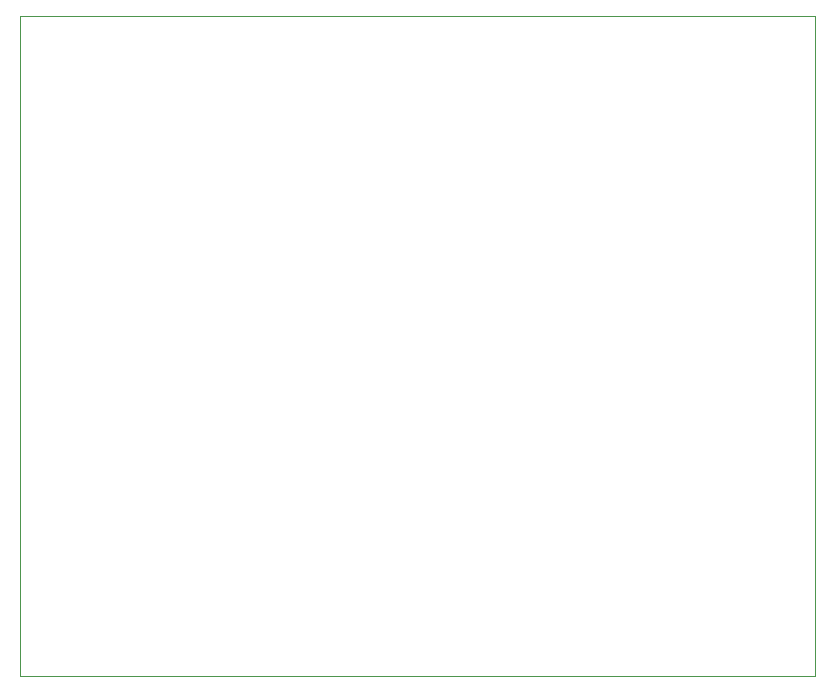
<source format=gm1>
G04 #@! TF.GenerationSoftware,KiCad,Pcbnew,(5.1.6)-1*
G04 #@! TF.CreationDate,2020-09-01T14:50:53+09:00*
G04 #@! TF.ProjectId,General_8th_MFB_LPF,47656e65-7261-46c5-9f38-74685f4d4642,Ver. 1.0*
G04 #@! TF.SameCoordinates,Original*
G04 #@! TF.FileFunction,Profile,NP*
%FSLAX46Y46*%
G04 Gerber Fmt 4.6, Leading zero omitted, Abs format (unit mm)*
G04 Created by KiCad (PCBNEW (5.1.6)-1) date 2020-09-01 14:50:53*
%MOMM*%
%LPD*%
G01*
G04 APERTURE LIST*
G04 #@! TA.AperFunction,Profile*
%ADD10C,0.050000*%
G04 #@! TD*
G04 APERTURE END LIST*
D10*
X116840000Y-120650000D02*
X116840000Y-64770000D01*
X184150000Y-120650000D02*
X116840000Y-120650000D01*
X184150000Y-64770000D02*
X184150000Y-120650000D01*
X116840000Y-64770000D02*
X184150000Y-64770000D01*
M02*

</source>
